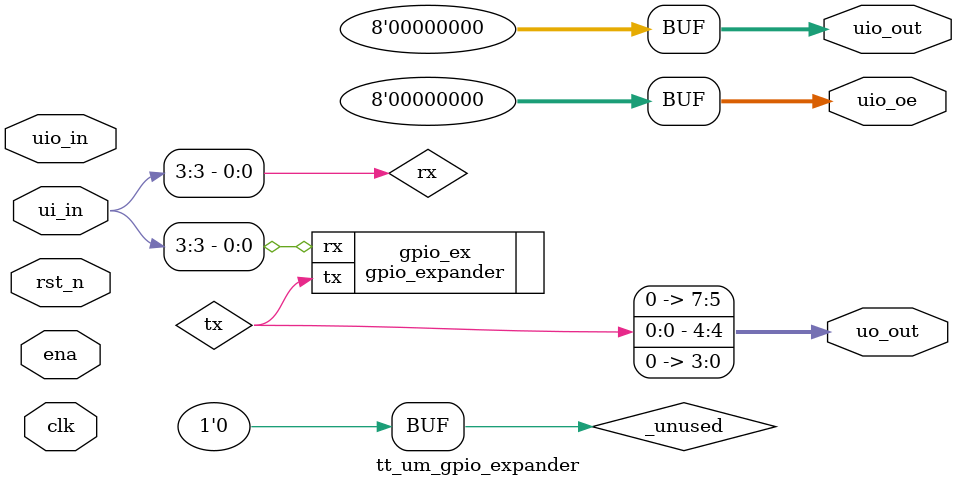
<source format=v>
/*
 * Copyright (c) 2024 Your Name
 * SPDX-License-Identifier: Apache-2.0
 */

`default_nettype none

module tt_um_gpio_expander (
    input  wire [7:0] ui_in,    // Dedicated inputs
    output wire [7:0] uo_out,   // Dedicated outputs
    input  wire [7:0] uio_in,   // IOs: Input path
    output wire [7:0] uio_out,  // IOs: Output path
    output wire [7:0] uio_oe,   // IOs: Enable path (active high: 0=input, 1=output)
    input  wire       ena,      // always 1 when the design is powered, so you can ignore it
    input  wire       clk,      // clock
    input  wire       rst_n     // reset_n - low to reset
);

  wire tx;
  wire rx = ui_in[3];

  // All output pins must be assigned. If not used, assign to 0.
  assign uo_out  = { {3{1'b0}}, tx, {4{1'b0}} };
  assign uio_out = 0;
  assign uio_oe  = 0;

  // List all unused inputs to prevent warnings
  wire _unused = &{ena, clk, rst_n, 1'b0};

  gpio_expander gpio_ex(
    .rx(rx),
    .tx(tx)
  );



endmodule

</source>
